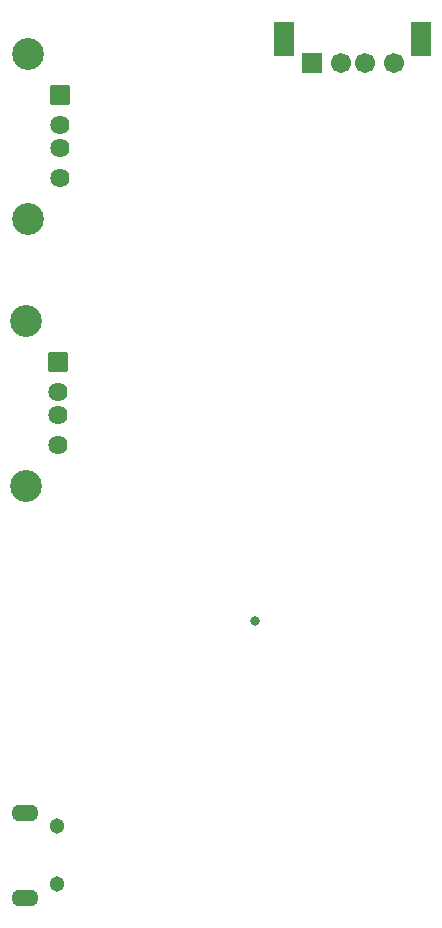
<source format=gbs>
G04 Layer: BottomSolderMaskLayer*
G04 EasyEDA v6.5.44, 2024-08-26 14:03:18*
G04 e04413f5f05c4ac1846c34afcf77e532,06c4dd8b78d84ebb914e46ede8edac81,10*
G04 Gerber Generator version 0.2*
G04 Scale: 100 percent, Rotated: No, Reflected: No *
G04 Dimensions in millimeters *
G04 leading zeros omitted , absolute positions ,4 integer and 5 decimal *
%FSLAX45Y45*%
%MOMM*%

%AMMACRO1*4,1,8,-0.7831,-0.8128,-0.8128,-0.7828,-0.8128,0.7831,-0.7831,0.8128,0.7828,0.8128,0.8128,0.7831,0.8128,-0.7828,0.7828,-0.8128,-0.7831,-0.8128,0*%
%AMMACRO2*4,1,8,-0.8211,-1.4508,-0.8508,-1.4209,-0.8508,1.4211,-0.8211,1.4508,0.8208,1.4508,0.8508,1.4211,0.8508,-1.4209,0.8208,-1.4508,-0.8211,-1.4508,0*%
%AMMACRO3*4,1,8,-0.8211,-0.8509,-0.8508,-0.8209,-0.8508,0.8212,-0.8211,0.8509,0.8208,0.8509,0.8508,0.8212,0.8508,-0.8209,0.8208,-0.8509,-0.8211,-0.8509,0*%
%ADD10O,2.3015956X1.4015974000000002*%
%ADD11C,1.3016*%
%ADD12C,2.7016*%
%ADD13C,1.6256*%
%ADD14MACRO1*%
%ADD15MACRO2*%
%ADD16MACRO3*%
%ADD17C,1.7016*%
%ADD18C,0.8232*%

%LPD*%
D10*
G01*
X832713Y6421805D03*
G01*
X832713Y7141794D03*
D11*
G01*
X1097711Y7024293D03*
G01*
X1097711Y6539306D03*
D12*
G01*
X842416Y11304498D03*
G01*
X842416Y9904501D03*
D13*
G01*
X1113409Y10254513D03*
G01*
X1113409Y10504500D03*
G01*
X1113409Y10704499D03*
D14*
G01*
X1113409Y10954512D03*
D12*
G01*
X855116Y13565098D03*
G01*
X855116Y12165101D03*
D13*
G01*
X1126109Y12515113D03*
G01*
X1126109Y12765100D03*
G01*
X1126109Y12965099D03*
D14*
G01*
X1126109Y13215112D03*
D15*
G01*
X4186796Y13688999D03*
G01*
X3026803Y13688999D03*
D16*
G01*
X3256800Y13489000D03*
D17*
G01*
X3506800Y13489000D03*
G01*
X3706799Y13489000D03*
G01*
X3956786Y13489000D03*
D18*
G01*
X2781300Y8763000D03*
G01*
X2781300Y8763000D03*
G01*
X2781300Y8763000D03*
G01*
X2781300Y8763000D03*
M02*

</source>
